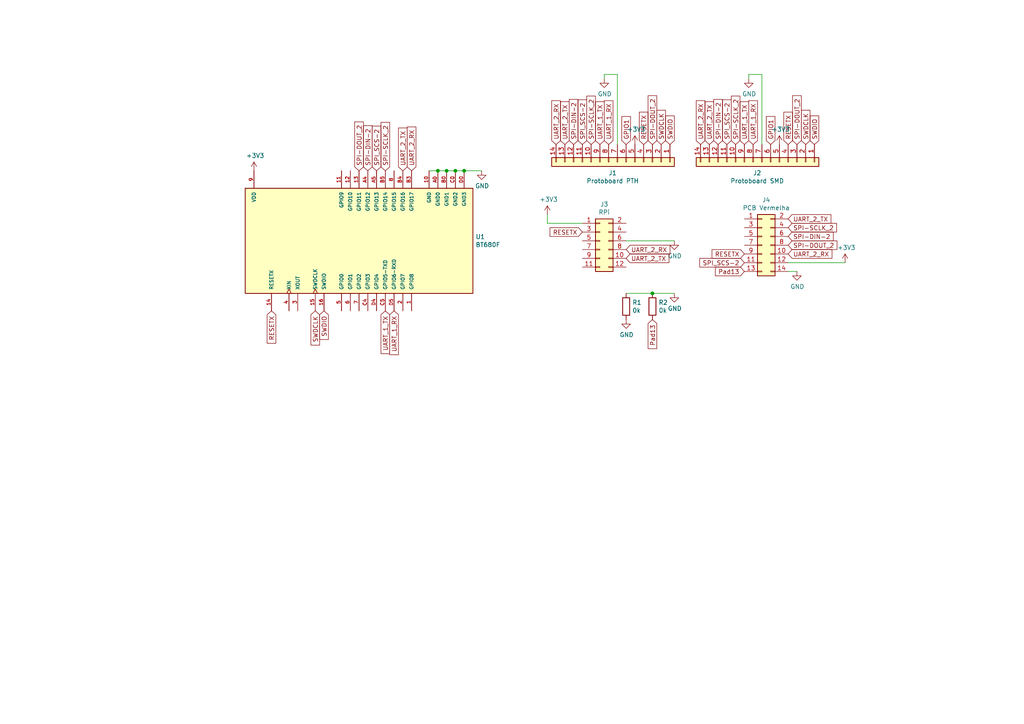
<source format=kicad_sch>
(kicad_sch (version 20230121) (generator eeschema)
  (paper "A4")
  (title_block (title "BT680T - Genérico") (date "2021-11-17") (rev "v1.1") (company "iMachine") (comment 4 "Author: AL"))
  (lib_symbols
    (symbol "BT680T_Generico-rescue:BT680F-BT680F" (pin_names (offset 1.016))
      (property "Reference" "U" (at -15.24 33.782 0))
      (property "Value" "BT680F_BT680F" (at -15.24 -35.56 0))
      (symbol "BT680F-BT680F_0_0"
        (rectangle (start -15.24 -33.02) (end 15.24 33.02) (stroke (width 0.254)) (fill (type background)))
        (pin bidirectional line (at -20.32 -15.24 0) (length 5.08) (name "GPIO8") (number "1"))
        (pin power_in line (at 20.32 -20.32 180) (length 5.08) (name "GND") (number "10"))
        (pin bidirectional line (at 20.32 5.08 180) (length 5.08) (name "GPIO9") (number "11"))
        (pin bidirectional line (at 20.32 2.54 180) (length 5.08) (name "GPIO10") (number "12"))
        (pin bidirectional line (at 20.32 0 180) (length 5.08) (name "GPIO11") (number "13"))
        (pin input line (at -20.32 25.4 0) (length 5.08) (name "RESETX") (number "14"))
        (pin input clock (at -20.32 12.7 0) (length 5.08) (name "SWDCLK") (number "15"))
        (pin bidirectional line (at -20.32 10.16 0) (length 5.08) (name "SWDIO") (number "16"))
        (pin bidirectional line (at -20.32 -12.7 0) (length 5.08) (name "GPIO7") (number "2"))
        (pin output line (at -20.32 17.78 0) (length 5.08) (name "XOUT") (number "3"))
        (pin input clock (at -20.32 20.32 0) (length 5.08) (name "XIN") (number "4"))
        (pin bidirectional line (at -20.32 5.08 0) (length 5.08) (name "GPIO0") (number "5"))
        (pin bidirectional line (at -20.32 2.54 0) (length 5.08) (name "GPIO1") (number "6"))
        (pin bidirectional line (at -20.32 0 0) (length 5.08) (name "GPIO2") (number "7"))
        (pin bidirectional line (at 20.32 -10.16 180) (length 5.08) (name "GPIO15") (number "8"))
        (pin power_in line (at 20.32 30.48 180) (length 5.08) (name "VDD") (number "9"))
        (pin power_in line (at 20.32 -22.86 180) (length 5.08) (name "GND0") (number "A0"))
        (pin bidirectional line (at 20.32 -2.54 180) (length 5.08) (name "GPIO12") (number "A4"))
        (pin bidirectional line (at 20.32 -5.08 180) (length 5.08) (name "GPIO13") (number "A5"))
        (pin power_in line (at 20.32 -25.4 180) (length 5.08) (name "GND1") (number "B0"))
        (pin bidirectional line (at 20.32 -15.24 180) (length 5.08) (name "GPIO17") (number "B3"))
        (pin bidirectional line (at 20.32 -12.7 180) (length 5.08) (name "GPIO16") (number "B4"))
        (pin bidirectional line (at 20.32 -7.62 180) (length 5.08) (name "GPIO14") (number "B5"))
        (pin power_in line (at 20.32 -27.94 180) (length 5.08) (name "GND2") (number "C0"))
        (pin bidirectional line (at -20.32 -2.54 0) (length 5.08) (name "GPIO3") (number "C4"))
        (pin bidirectional line (at -20.32 -7.62 0) (length 5.08) (name "GPIO5-TXD") (number "C5"))
        (pin power_in line (at 20.32 -30.48 180) (length 5.08) (name "GND3") (number "D0"))
        (pin bidirectional line (at -20.32 -5.08 0) (length 5.08) (name "GPIO4") (number "D4"))
        (pin bidirectional line (at -20.32 -10.16 0) (length 5.08) (name "GPIO6-RXD") (number "D5"))
      )
    )
    (symbol "Connector_Generic:Conn_01x14" (pin_names (offset 1.016) hide)
      (property "Reference" "J" (at 0 17.78 0))
      (property "Value" "Conn_01x14" (at 0 -20.32 0))
      (symbol "Conn_01x14_1_1"
        (rectangle (start -1.27 -17.653) (end 0 -17.907) (stroke (width 0.1524)))
        (rectangle (start -1.27 -15.113) (end 0 -15.367) (stroke (width 0.1524)))
        (rectangle (start -1.27 -12.573) (end 0 -12.827) (stroke (width 0.1524)))
        (rectangle (start -1.27 -10.033) (end 0 -10.287) (stroke (width 0.1524)))
        (rectangle (start -1.27 -7.493) (end 0 -7.747) (stroke (width 0.1524)))
        (rectangle (start -1.27 -4.953) (end 0 -5.207) (stroke (width 0.1524)))
        (rectangle (start -1.27 -2.413) (end 0 -2.667) (stroke (width 0.1524)))
        (rectangle (start -1.27 0.127) (end 0 -0.127) (stroke (width 0.1524)))
        (rectangle (start -1.27 2.667) (end 0 2.413) (stroke (width 0.1524)))
        (rectangle (start -1.27 5.207) (end 0 4.953) (stroke (width 0.1524)))
        (rectangle (start -1.27 7.747) (end 0 7.493) (stroke (width 0.1524)))
        (rectangle (start -1.27 10.287) (end 0 10.033) (stroke (width 0.1524)))
        (rectangle (start -1.27 12.827) (end 0 12.573) (stroke (width 0.1524)))
        (rectangle (start -1.27 15.367) (end 0 15.113) (stroke (width 0.1524)))
        (rectangle (start -1.27 16.51) (end 1.27 -19.05) (stroke (width 0.254)) (fill (type background)))
        (pin passive line (at -5.08 15.24 0) (length 3.81) (name "Pin_1") (number "1"))
        (pin passive line (at -5.08 -7.62 0) (length 3.81) (name "Pin_10") (number "10"))
        (pin passive line (at -5.08 -10.16 0) (length 3.81) (name "Pin_11") (number "11"))
        (pin passive line (at -5.08 -12.7 0) (length 3.81) (name "Pin_12") (number "12"))
        (pin passive line (at -5.08 -15.24 0) (length 3.81) (name "Pin_13") (number "13"))
        (pin passive line (at -5.08 -17.78 0) (length 3.81) (name "Pin_14") (number "14"))
        (pin passive line (at -5.08 12.7 0) (length 3.81) (name "Pin_2") (number "2"))
        (pin passive line (at -5.08 10.16 0) (length 3.81) (name "Pin_3") (number "3"))
        (pin passive line (at -5.08 7.62 0) (length 3.81) (name "Pin_4") (number "4"))
        (pin passive line (at -5.08 5.08 0) (length 3.81) (name "Pin_5") (number "5"))
        (pin passive line (at -5.08 2.54 0) (length 3.81) (name "Pin_6") (number "6"))
        (pin passive line (at -5.08 0 0) (length 3.81) (name "Pin_7") (number "7"))
        (pin passive line (at -5.08 -2.54 0) (length 3.81) (name "Pin_8") (number "8"))
        (pin passive line (at -5.08 -5.08 0) (length 3.81) (name "Pin_9") (number "9"))
      )
    )
    (symbol "Connector_Generic:Conn_02x06_Odd_Even" (pin_names (offset 1.016) hide)
      (property "Reference" "J" (at 1.27 7.62 0))
      (property "Value" "Conn_02x06_Odd_Even" (at 1.27 -10.16 0))
      (symbol "Conn_02x06_Odd_Even_1_1"
        (rectangle (start -1.27 -7.493) (end 0 -7.747) (stroke (width 0.1524)))
        (rectangle (start -1.27 -4.953) (end 0 -5.207) (stroke (width 0.1524)))
        (rectangle (start -1.27 -2.413) (end 0 -2.667) (stroke (width 0.1524)))
        (rectangle (start -1.27 0.127) (end 0 -0.127) (stroke (width 0.1524)))
        (rectangle (start -1.27 2.667) (end 0 2.413) (stroke (width 0.1524)))
        (rectangle (start -1.27 5.207) (end 0 4.953) (stroke (width 0.1524)))
        (rectangle (start -1.27 6.35) (end 3.81 -8.89) (stroke (width 0.254)) (fill (type background)))
        (rectangle (start 3.81 -7.493) (end 2.54 -7.747) (stroke (width 0.1524)))
        (rectangle (start 3.81 -4.953) (end 2.54 -5.207) (stroke (width 0.1524)))
        (rectangle (start 3.81 -2.413) (end 2.54 -2.667) (stroke (width 0.1524)))
        (rectangle (start 3.81 0.127) (end 2.54 -0.127) (stroke (width 0.1524)))
        (rectangle (start 3.81 2.667) (end 2.54 2.413) (stroke (width 0.1524)))
        (rectangle (start 3.81 5.207) (end 2.54 4.953) (stroke (width 0.1524)))
        (pin passive line (at -5.08 5.08 0) (length 3.81) (name "Pin_1") (number "1"))
        (pin passive line (at 7.62 -5.08 180) (length 3.81) (name "Pin_10") (number "10"))
        (pin passive line (at -5.08 -7.62 0) (length 3.81) (name "Pin_11") (number "11"))
        (pin passive line (at 7.62 -7.62 180) (length 3.81) (name "Pin_12") (number "12"))
        (pin passive line (at 7.62 5.08 180) (length 3.81) (name "Pin_2") (number "2"))
        (pin passive line (at -5.08 2.54 0) (length 3.81) (name "Pin_3") (number "3"))
        (pin passive line (at 7.62 2.54 180) (length 3.81) (name "Pin_4") (number "4"))
        (pin passive line (at -5.08 0 0) (length 3.81) (name "Pin_5") (number "5"))
        (pin passive line (at 7.62 0 180) (length 3.81) (name "Pin_6") (number "6"))
        (pin passive line (at -5.08 -2.54 0) (length 3.81) (name "Pin_7") (number "7"))
        (pin passive line (at 7.62 -2.54 180) (length 3.81) (name "Pin_8") (number "8"))
        (pin passive line (at -5.08 -5.08 0) (length 3.81) (name "Pin_9") (number "9"))
      )
    )
    (symbol "Connector_Generic:Conn_02x07_Odd_Even" (pin_names (offset 1.016) hide)
      (property "Reference" "J" (at 1.27 10.16 0))
      (property "Value" "Conn_02x07_Odd_Even" (at 1.27 -10.16 0))
      (symbol "Conn_02x07_Odd_Even_1_1"
        (rectangle (start -1.27 -7.493) (end 0 -7.747) (stroke (width 0.1524)))
        (rectangle (start -1.27 -4.953) (end 0 -5.207) (stroke (width 0.1524)))
        (rectangle (start -1.27 -2.413) (end 0 -2.667) (stroke (width 0.1524)))
        (rectangle (start -1.27 0.127) (end 0 -0.127) (stroke (width 0.1524)))
        (rectangle (start -1.27 2.667) (end 0 2.413) (stroke (width 0.1524)))
        (rectangle (start -1.27 5.207) (end 0 4.953) (stroke (width 0.1524)))
        (rectangle (start -1.27 7.747) (end 0 7.493) (stroke (width 0.1524)))
        (rectangle (start -1.27 8.89) (end 3.81 -8.89) (stroke (width 0.254)) (fill (type background)))
        (rectangle (start 3.81 -7.493) (end 2.54 -7.747) (stroke (width 0.1524)))
        (rectangle (start 3.81 -4.953) (end 2.54 -5.207) (stroke (width 0.1524)))
        (rectangle (start 3.81 -2.413) (end 2.54 -2.667) (stroke (width 0.1524)))
        (rectangle (start 3.81 0.127) (end 2.54 -0.127) (stroke (width 0.1524)))
        (rectangle (start 3.81 2.667) (end 2.54 2.413) (stroke (width 0.1524)))
        (rectangle (start 3.81 5.207) (end 2.54 4.953) (stroke (width 0.1524)))
        (rectangle (start 3.81 7.747) (end 2.54 7.493) (stroke (width 0.1524)))
        (pin passive line (at -5.08 7.62 0) (length 3.81) (name "Pin_1") (number "1"))
        (pin passive line (at 7.62 -2.54 180) (length 3.81) (name "Pin_10") (number "10"))
        (pin passive line (at -5.08 -5.08 0) (length 3.81) (name "Pin_11") (number "11"))
        (pin passive line (at 7.62 -5.08 180) (length 3.81) (name "Pin_12") (number "12"))
        (pin passive line (at -5.08 -7.62 0) (length 3.81) (name "Pin_13") (number "13"))
        (pin passive line (at 7.62 -7.62 180) (length 3.81) (name "Pin_14") (number "14"))
        (pin passive line (at 7.62 7.62 180) (length 3.81) (name "Pin_2") (number "2"))
        (pin passive line (at -5.08 5.08 0) (length 3.81) (name "Pin_3") (number "3"))
        (pin passive line (at 7.62 5.08 180) (length 3.81) (name "Pin_4") (number "4"))
        (pin passive line (at -5.08 2.54 0) (length 3.81) (name "Pin_5") (number "5"))
        (pin passive line (at 7.62 2.54 180) (length 3.81) (name "Pin_6") (number "6"))
        (pin passive line (at -5.08 0 0) (length 3.81) (name "Pin_7") (number "7"))
        (pin passive line (at 7.62 0 180) (length 3.81) (name "Pin_8") (number "8"))
        (pin passive line (at -5.08 -2.54 0) (length 3.81) (name "Pin_9") (number "9"))
      )
    )
    (symbol "Device:R" (pin_numbers hide) (pin_names (offset 0))
      (property "Reference" "R" (at 2.032 0 90))
      (property "Value" "R" (at 0 0 90))
      (symbol "R_0_1"
        (rectangle (start -1.016 -2.54) (end 1.016 2.54) (stroke (width 0.254)))
      )
      (symbol "R_1_1"
        (pin passive line (at 0 3.81 270) (length 1.27) (name "~") (number "1"))
        (pin passive line (at 0 -3.81 90) (length 1.27) (name "~") (number "2"))
      )
    )
    (symbol "power:+3V3" (power) (pin_names (offset 0))
      (property "Value" "+3V3" (at 0 3.556 0))
      (symbol "+3V3_0_1"
        (polyline (pts (xy -0.762 1.27) (xy 0 2.54)))
        (polyline (pts (xy 0 0) (xy 0 2.54)))
        (polyline (pts (xy 0 2.54) (xy 0.762 1.27)))
      )
      (symbol "+3V3_1_1"
        (pin power_in line (at 0 0 90) (length 0) hide (name "+3V3") (number "1"))
      )
    )
    (symbol "power:GND" (power) (pin_names (offset 0))
      (property "Value" "GND" (at 0 -3.81 0))
      (symbol "GND_0_1"
        (polyline (pts (xy 0 0) (xy 0 -1.27) (xy 1.27 -1.27) (xy 0 -2.54) (xy -1.27 -1.27) (xy 0 -1.27)))
      )
      (symbol "GND_1_1"
        (pin power_in line (at 0 0 270) (length 0) hide (name "GND") (number "1"))
      )
    )
  )
  (junction (at 127 49.53))
  (junction (at 134.62 49.53))
  (junction (at 129.54 49.53))
  (junction (at 132.08 49.53))
  (junction (at 189.23 85.09))
  (wire (pts (xy 132.08 49.53) (xy 134.62 49.53)))
  (wire (pts (xy 181.61 69.85) (xy 195.58 69.85)))
  (wire (pts (xy 179.07 21.59) (xy 175.26 21.59)))
  (wire (pts (xy 220.98 21.59) (xy 217.17 21.59)))
  (wire (pts (xy 134.62 49.53) (xy 139.7 49.53)))
  (wire (pts (xy 179.07 21.59) (xy 179.07 41.91)))
  (wire (pts (xy 181.61 85.09) (xy 189.23 85.09)))
  (wire (pts (xy 175.26 21.59) (xy 175.26 22.86)))
  (wire (pts (xy 217.17 21.59) (xy 217.17 22.86)))
  (wire (pts (xy 228.6 78.74) (xy 231.14 78.74)))
  (wire (pts (xy 168.91 64.77) (xy 158.75 64.77)))
  (wire (pts (xy 129.54 49.53) (xy 132.08 49.53)))
  (wire (pts (xy 127 49.53) (xy 129.54 49.53)))
  (wire (pts (xy 158.75 64.77) (xy 158.75 62.23)))
  (wire (pts (xy 228.6 76.2) (xy 245.11 76.2)))
  (wire (pts (xy 195.58 85.09) (xy 189.23 85.09)))
  (wire (pts (xy 220.98 41.91) (xy 220.98 21.59)))
  (wire (pts (xy 127 49.53) (xy 124.46 49.53)))
  (global_label "UART_2_RX" (shape input) (at 228.6 73.66 0) (property "Intersheetrefs" "${INTERSHEET_REFS}" (effects hide)))
  (global_label "SPI_SCS-2" (shape input) (at 215.9 76.2 180) (property "Intersheetrefs" "${INTERSHEET_REFS}" (effects hide)))
  (global_label "Pad13" (shape input) (at 215.9 78.74 180) (property "Intersheetrefs" "${INTERSHEET_REFS}" (effects hide)))
  (global_label "UART_1_TX" (shape input) (at 111.76 90.17 270) (property "Intersheetrefs" "${INTERSHEET_REFS}" (effects hide)))
  (global_label "RESETX" (shape input) (at 215.9 73.66 180) (property "Intersheetrefs" "${INTERSHEET_REFS}" (effects hide)))
  (global_label "SPI-DIN-2" (shape input) (at 208.28 41.91 90) (property "Intersheetrefs" "${INTERSHEET_REFS}" (effects hide)))
  (global_label "SPI-DIN-2" (shape input) (at 166.37 41.91 90) (property "Intersheetrefs" "${INTERSHEET_REFS}" (effects hide)))
  (global_label "UART_1_RX" (shape input) (at 114.3 90.17 270) (property "Intersheetrefs" "${INTERSHEET_REFS}" (effects hide)))
  (global_label "SWDCLK" (shape input) (at 91.44 90.17 270) (property "Intersheetrefs" "${INTERSHEET_REFS}" (effects hide)))
  (global_label "UART_2_TX" (shape input) (at 228.6 63.5 0) (property "Intersheetrefs" "${INTERSHEET_REFS}" (effects hide)))
  (global_label "RESETX" (shape input) (at 228.6 41.91 90) (property "Intersheetrefs" "${INTERSHEET_REFS}" (effects hide)))
  (global_label "SPI-DOUT_2" (shape input) (at 228.6 71.12 0) (property "Intersheetrefs" "${INTERSHEET_REFS}" (effects hide)))
  (global_label "SWDCLK" (shape input) (at 233.68 41.91 90) (property "Intersheetrefs" "${INTERSHEET_REFS}" (effects hide)))
  (global_label "UART_1_TX" (shape input) (at 173.99 41.91 90) (property "Intersheetrefs" "${INTERSHEET_REFS}" (effects hide)))
  (global_label "UART_2_TX" (shape input) (at 205.74 41.91 90) (property "Intersheetrefs" "${INTERSHEET_REFS}" (effects hide)))
  (global_label "RESETX" (shape input) (at 78.74 90.17 270) (property "Intersheetrefs" "${INTERSHEET_REFS}" (effects hide)))
  (global_label "SPI-SCLK_2" (shape input) (at 228.6 66.04 0) (property "Intersheetrefs" "${INTERSHEET_REFS}" (effects hide)))
  (global_label "UART_1_RX" (shape input) (at 218.44 41.91 90) (property "Intersheetrefs" "${INTERSHEET_REFS}" (effects hide)))
  (global_label "UART_2_TX" (shape input) (at 116.84 49.53 90) (property "Intersheetrefs" "${INTERSHEET_REFS}" (effects hide)))
  (global_label "SPI-SCLK_2" (shape input) (at 171.45 41.91 90) (property "Intersheetrefs" "${INTERSHEET_REFS}" (effects hide)))
  (global_label "SPI-SCLK_2" (shape input) (at 111.76 49.53 90) (property "Intersheetrefs" "${INTERSHEET_REFS}" (effects hide)))
  (global_label "Pad13" (shape input) (at 189.23 92.71 270) (property "Intersheetrefs" "${INTERSHEET_REFS}" (effects hide)))
  (global_label "UART_2_RX" (shape input) (at 181.61 72.39 0) (property "Intersheetrefs" "${INTERSHEET_REFS}" (effects hide)))
  (global_label "SPI-DOUT_2" (shape input) (at 189.23 41.91 90) (property "Intersheetrefs" "${INTERSHEET_REFS}" (effects hide)))
  (global_label "GPIO1" (shape input) (at 223.52 41.91 90) (property "Intersheetrefs" "${INTERSHEET_REFS}" (effects hide)))
  (global_label "UART_2_RX" (shape input) (at 161.29 41.91 90) (property "Intersheetrefs" "${INTERSHEET_REFS}" (effects hide)))
  (global_label "SPI-DIN-2" (shape input) (at 228.6 68.58 0) (property "Intersheetrefs" "${INTERSHEET_REFS}" (effects hide)))
  (global_label "UART_1_TX" (shape input) (at 215.9 41.91 90) (property "Intersheetrefs" "${INTERSHEET_REFS}" (effects hide)))
  (global_label "SPI-DOUT_2" (shape input) (at 104.14 49.53 90) (property "Intersheetrefs" "${INTERSHEET_REFS}" (effects hide)))
  (global_label "GPIO1" (shape input) (at 181.61 41.91 90) (property "Intersheetrefs" "${INTERSHEET_REFS}" (effects hide)))
  (global_label "RESETX" (shape input) (at 168.91 67.31 180) (property "Intersheetrefs" "${INTERSHEET_REFS}" (effects hide)))
  (global_label "SWDIO" (shape input) (at 93.98 90.17 270) (property "Intersheetrefs" "${INTERSHEET_REFS}" (effects hide)))
  (global_label "UART_1_RX" (shape input) (at 176.53 41.91 90) (property "Intersheetrefs" "${INTERSHEET_REFS}" (effects hide)))
  (global_label "SPI-DIN-2" (shape input) (at 106.68 49.53 90) (property "Intersheetrefs" "${INTERSHEET_REFS}" (effects hide)))
  (global_label "SWDIO" (shape input) (at 194.31 41.91 90) (property "Intersheetrefs" "${INTERSHEET_REFS}" (effects hide)))
  (global_label "SPI-SCLK_2" (shape input) (at 213.36 41.91 90) (property "Intersheetrefs" "${INTERSHEET_REFS}" (effects hide)))
  (global_label "SPI_SCS-2" (shape input) (at 109.22 49.53 90) (property "Intersheetrefs" "${INTERSHEET_REFS}" (effects hide)))
  (global_label "SWDCLK" (shape input) (at 191.77 41.91 90) (property "Intersheetrefs" "${INTERSHEET_REFS}" (effects hide)))
  (global_label "RESETX" (shape input) (at 186.69 41.91 90) (property "Intersheetrefs" "${INTERSHEET_REFS}" (effects hide)))
  (global_label "UART_2_RX" (shape input) (at 119.38 49.53 90) (property "Intersheetrefs" "${INTERSHEET_REFS}" (effects hide)))
  (global_label "UART_2_TX" (shape input) (at 181.61 74.93 0) (property "Intersheetrefs" "${INTERSHEET_REFS}" (effects hide)))
  (global_label "SPI_SCS-2" (shape input) (at 210.82 41.91 90) (property "Intersheetrefs" "${INTERSHEET_REFS}" (effects hide)))
  (global_label "UART_2_TX" (shape input) (at 163.83 41.91 90) (property "Intersheetrefs" "${INTERSHEET_REFS}" (effects hide)))
  (global_label "SWDIO" (shape input) (at 236.22 41.91 90) (property "Intersheetrefs" "${INTERSHEET_REFS}" (effects hide)))
  (global_label "SPI_SCS-2" (shape input) (at 168.91 41.91 90) (property "Intersheetrefs" "${INTERSHEET_REFS}" (effects hide)))
  (global_label "UART_2_RX" (shape input) (at 203.2 41.91 90) (property "Intersheetrefs" "${INTERSHEET_REFS}" (effects hide)))
  (global_label "SPI-DOUT_2" (shape input) (at 231.14 41.91 90) (property "Intersheetrefs" "${INTERSHEET_REFS}" (effects hide)))
  (symbol (lib_id "BT680T_Generico-rescue:BT680F-BT680F") (at 104.14 69.85 90) (unit 1)
    (property "Reference" "U1" (at 137.922 68.6816 90) (effects (justify right)))
    (property "Value" "BT680F" (at 137.922 70.993 90) (effects (justify right)))
    (property "Footprint" "BT680F:MODULE_BT680F" (effects hide))
    (property "STANDARD" "Manufacturer Recommendations" (effects hide))
    (property "MANUFACTURER" "FANSTEL" (effects hide))
    (property "PARTREV" "June 2019, Ver. 1.00" (effects hide))
    (property "MAXIMUM_PACKAGE_HEIGHT" "NA" (effects hide))
  )
  (symbol (lib_id "power:+3V3") (at 73.66 49.53 0) (unit 1)
    (property "Reference" "#PWR05" (effects hide))
    (property "Value" "+3V3" (at 74.041 45.1358 0))
  )
  (symbol (lib_id "power:GND") (at 139.7 49.53 0) (unit 1)
    (property "Reference" "#PWR06" (effects hide))
    (property "Value" "GND" (at 139.827 53.9242 0))
  )
  (symbol (lib_id "power:GND") (at 175.26 22.86 0) (unit 1)
    (property "Reference" "#PWR01" (effects hide))
    (property "Value" "GND" (at 175.387 27.2542 0))
  )
  (symbol (lib_id "power:+3V3") (at 184.15 41.91 0) (unit 1)
    (property "Reference" "#PWR03" (effects hide))
    (property "Value" "+3V3" (at 184.531 37.5158 0))
  )
  (symbol (lib_id "Connector_Generic:Conn_01x14") (at 179.07 46.99 270) (unit 1)
    (property "Reference" "J1" (at 177.6984 50.165 90))
    (property "Value" "Protoboard PTH" (at 177.6984 52.4764 90))
    (property "Footprint" "Connector_PinSocket_2.54mm:PinSocket_1x14_P2.54mm_Vertical" (effects hide))
  )
  (symbol (lib_id "power:GND") (at 217.17 22.86 0) (unit 1)
    (property "Reference" "#PWR02" (effects hide))
    (property "Value" "GND" (at 217.297 27.2542 0))
  )
  (symbol (lib_id "power:+3V3") (at 226.06 41.91 0) (unit 1)
    (property "Reference" "#PWR04" (effects hide))
    (property "Value" "+3V3" (at 226.441 37.5158 0))
  )
  (symbol (lib_id "Connector_Generic:Conn_01x14") (at 220.98 46.99 270) (unit 1)
    (property "Reference" "J2" (at 219.6084 50.165 90))
    (property "Value" "Protoboard SMD" (at 219.6084 52.4764 90))
    (property "Footprint" "Connector_PinSocket_2.54mm:PinSocket_1x14_P2.54mm_Vertical" (effects hide))
  )
  (symbol (lib_id "Connector_Generic:Conn_02x06_Odd_Even") (at 173.99 69.85 0) (unit 1)
    (property "Reference" "J3" (at 175.26 59.2582 0))
    (property "Value" "RPi" (at 175.26 61.5696 0))
    (property "Footprint" "Connector_PinSocket_2.54mm:PinSocket_2x06_P2.54mm_Vertical" (effects hide))
  )
  (symbol (lib_id "Connector_Generic:Conn_02x07_Odd_Even") (at 220.98 71.12 0) (unit 1)
    (property "Reference" "J4" (at 222.25 57.9882 0))
    (property "Value" "PCB Vermelha" (at 222.25 60.2996 0))
    (property "Footprint" "Connector_PinSocket_2.54mm:PinSocket_2x07_P2.54mm_Vertical" (effects hide))
  )
  (symbol (lib_id "power:+3V3") (at 158.75 62.23 0) (unit 1)
    (property "Reference" "#PWR07" (effects hide))
    (property "Value" "+3V3" (at 159.131 57.8358 0))
  )
  (symbol (lib_id "power:GND") (at 195.58 69.85 0) (unit 1)
    (property "Reference" "#PWR08" (effects hide))
    (property "Value" "GND" (at 195.707 74.2442 0))
  )
  (symbol (lib_id "power:+3V3") (at 245.11 76.2 0) (unit 1)
    (property "Reference" "#PWR09" (effects hide))
    (property "Value" "+3V3" (at 245.491 71.8058 0))
  )
  (symbol (lib_id "power:GND") (at 231.14 78.74 0) (unit 1)
    (property "Reference" "#PWR010" (effects hide))
    (property "Value" "GND" (at 231.267 83.1342 0))
  )
  (symbol (lib_id "Device:R") (at 189.23 88.9 180) (unit 1)
    (property "Reference" "R2" (at 191.008 87.7316 0) (effects (justify right)))
    (property "Value" "0k" (at 191.008 90.043 0) (effects (justify right)))
    (property "Footprint" "Resistor_SMD:R_0805_2012Metric" (effects hide))
  )
  (symbol (lib_id "Device:R") (at 181.61 88.9 180) (unit 1)
    (property "Reference" "R1" (at 183.388 87.7316 0) (effects (justify right)))
    (property "Value" "0k" (at 183.388 90.043 0) (effects (justify right)))
    (property "Footprint" "Resistor_SMD:R_0805_2012Metric" (effects hide))
  )
  (symbol (lib_id "power:GND") (at 195.58 85.09 0) (unit 1)
    (property "Reference" "#PWR011" (effects hide))
    (property "Value" "GND" (at 195.707 89.4842 0))
  )
  (symbol (lib_id "power:GND") (at 181.61 92.71 0) (unit 1)
    (property "Reference" "#PWR0101" (effects hide))
    (property "Value" "GND" (at 181.737 97.1042 0))
  )
)
</source>
